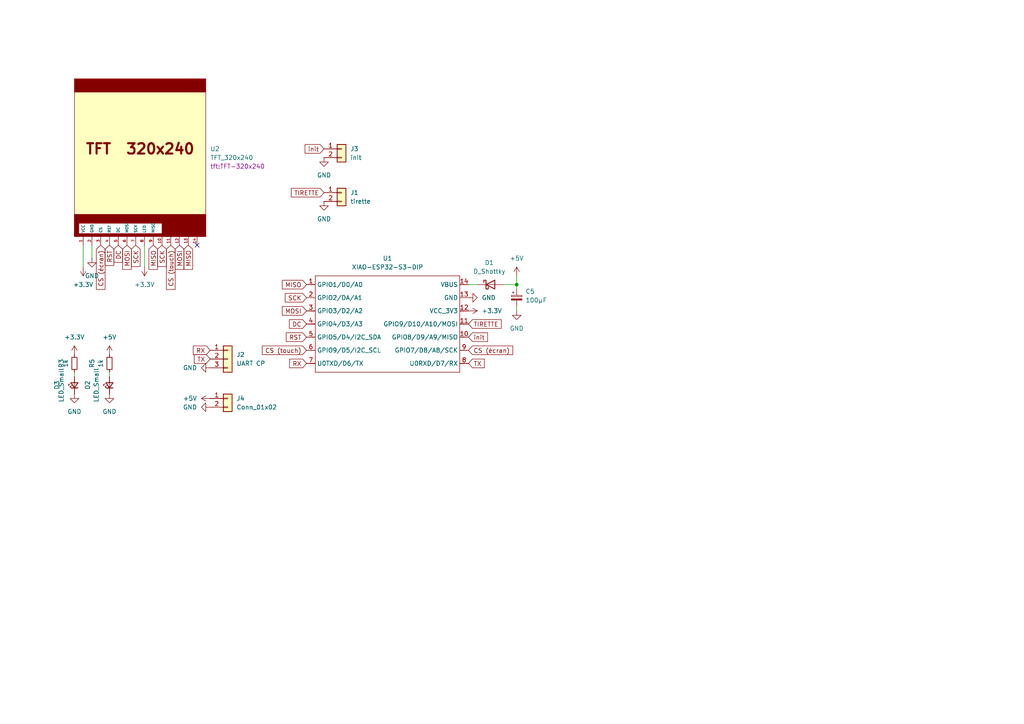
<source format=kicad_sch>
(kicad_sch (version 20250114) (generator "eeschema") (generator_version "9.0")
  (paper "A4")
  (lib_symbols
    (symbol "Connector_Generic:Conn_01x02" (pin_names (offset 1.016) (hide yes))
      (property "Reference" "J" (at 0 2.54 0))
      (property "Value" "Conn_01x02" (at 0 -5.08 0))
      (symbol "Conn_01x02_1_1"
        (rectangle (start -1.27 1.27) (end 1.27 -3.81) (stroke (width 0.254)) (fill (type background)))
        (rectangle (start -1.27 0.127) (end 0 -0.127) (stroke (width 0.1524)))
        (rectangle (start -1.27 -2.413) (end 0 -2.667) (stroke (width 0.1524)))
        (pin passive line (at -5.08 0 0) (length 3.81) (name "Pin_1") (number "1"))
        (pin passive line (at -5.08 -2.54 0) (length 3.81) (name "Pin_2") (number "2"))
      )
    )
    (symbol "Connector_Generic:Conn_01x03" (pin_names (offset 1.016) (hide yes))
      (property "Reference" "J" (at 0 5.08 0))
      (property "Value" "Conn_01x03" (at 0 -5.08 0))
      (symbol "Conn_01x03_1_1"
        (rectangle (start -1.27 3.81) (end 1.27 -3.81) (stroke (width 0.254)) (fill (type background)))
        (rectangle (start -1.27 2.667) (end 0 2.413) (stroke (width 0.1524)))
        (rectangle (start -1.27 0.127) (end 0 -0.127) (stroke (width 0.1524)))
        (rectangle (start -1.27 -2.413) (end 0 -2.667) (stroke (width 0.1524)))
        (pin passive line (at -5.08 2.54 0) (length 3.81) (name "Pin_1") (number "1"))
        (pin passive line (at -5.08 0 0) (length 3.81) (name "Pin_2") (number "2"))
        (pin passive line (at -5.08 -2.54 0) (length 3.81) (name "Pin_3") (number "3"))
      )
    )
    (symbol "Device:C_Polarized_Small" (pin_numbers (hide yes)) (pin_names (offset 0.254) (hide yes))
      (property "Reference" "C" (at 0.254 1.778 0))
      (property "Value" "C_Polarized_Small" (at 0.254 -2.032 0))
      (symbol "C_Polarized_Small_0_1"
        (rectangle (start -1.524 0.6858) (end 1.524 0.3048))
        (rectangle (start -1.524 -0.3048) (end 1.524 -0.6858) (fill (type outline)))
        (polyline (pts (xy -1.27 1.524) (xy -0.762 1.524)))
        (polyline (pts (xy -1.016 1.27) (xy -1.016 1.778)))
      )
      (symbol "C_Polarized_Small_1_1"
        (pin passive line (at 0 2.54 270) (length 1.8542) (name "~") (number "1"))
        (pin passive line (at 0 -2.54 90) (length 1.8542) (name "~") (number "2"))
      )
    )
    (symbol "Device:LED_Small" (pin_numbers (hide yes)) (pin_names (offset 0.254) (hide yes))
      (property "Reference" "D" (at -1.27 3.175 0))
      (property "Value" "LED_Small" (at -4.445 -2.54 0))
      (symbol "LED_Small_0_1"
        (polyline (pts (xy -0.762 -1.016) (xy -0.762 1.016)) (stroke (width 0.254)))
        (polyline (pts (xy 0 0.762) (xy -0.508 1.27) (xy -0.254 1.27) (xy -0.508 1.27) (xy -0.508 1.016)))
        (polyline (pts (xy 0.508 1.27) (xy 0 1.778) (xy 0.254 1.778) (xy 0 1.778) (xy 0 1.524)))
        (polyline (pts (xy 0.762 -1.016) (xy -0.762 0) (xy 0.762 1.016) (xy 0.762 -1.016)) (stroke (width 0.254)))
        (polyline (pts (xy 1.016 0) (xy -0.762 0)))
      )
      (symbol "LED_Small_1_1"
        (pin passive line (at -2.54 0 0) (length 1.778) (name "K") (number "1"))
        (pin passive line (at 2.54 0 180) (length 1.778) (name "A") (number "2"))
      )
    )
    (symbol "Device:R_Small" (pin_numbers (hide yes)) (pin_names (offset 0.254) (hide yes))
      (property "Reference" "R" (at 0.762 0.508 0))
      (property "Value" "R_Small" (at 0.762 -1.016 0))
      (symbol "R_Small_0_1"
        (rectangle (start -0.762 1.778) (end 0.762 -1.778) (stroke (width 0.2032)))
      )
      (symbol "R_Small_1_1"
        (pin passive line (at 0 2.54 270) (length 0.762) (name "~") (number "1"))
        (pin passive line (at 0 -2.54 90) (length 0.762) (name "~") (number "2"))
      )
    )
    (symbol "Diode:SB120" (pin_numbers (hide yes)) (pin_names (offset 1.016) (hide yes))
      (property "Reference" "D" (at 0 2.54 0))
      (property "Value" "SB120" (at 0 -2.54 0))
      (symbol "SB120_0_1"
        (polyline (pts (xy -1.905 0.635) (xy -1.905 1.27) (xy -1.27 1.27) (xy -1.27 -1.27) (xy -0.635 -1.27) (xy -0.635 -0.635)) (stroke (width 0.254)))
        (polyline (pts (xy 1.27 1.27) (xy 1.27 -1.27) (xy -1.27 0) (xy 1.27 1.27)) (stroke (width 0.254)))
        (polyline (pts (xy 1.27 0) (xy -1.27 0)))
      )
      (symbol "SB120_1_1"
        (pin passive line (at -3.81 0 0) (length 2.54) (name "K") (number "1"))
        (pin passive line (at 3.81 0 180) (length 2.54) (name "A") (number "2"))
      )
    )
    (symbol "Seeed_Studio_XIAO_Series:XIAO-ESP32-S3-DIP"
      (property "Reference" "U" (at 1.27 0.508 0))
      (property "Value" "XIAO-ESP32-S3-DIP" (at 9.652 -1.778 0))
      (symbol "XIAO-ESP32-S3-DIP_1_0"
        (polyline (pts (xy 0 -2.54) (xy 41.91 -2.54)) (stroke (width 0.1524)))
        (polyline (pts (xy 0 -5.08) (xy -1.27 -5.08)) (stroke (width 0.1524)))
        (polyline (pts (xy 0 -5.08) (xy 0 -2.54)) (stroke (width 0.1524)))
        (polyline (pts (xy 0 -8.89) (xy -1.27 -8.89)) (stroke (width 0.1524)))
        (polyline (pts (xy 0 -8.89) (xy 0 -5.08)) (stroke (width 0.1524)))
        (polyline (pts (xy 0 -12.7) (xy -1.27 -12.7)) (stroke (width 0.1524)))
        (polyline (pts (xy 0 -12.7) (xy 0 -8.89)) (stroke (width 0.1524)))
        (polyline (pts (xy 0 -16.51) (xy -1.27 -16.51)) (stroke (width 0.1524)))
        (polyline (pts (xy 0 -16.51) (xy 0 -12.7)) (stroke (width 0.1524)))
        (polyline (pts (xy 0 -20.32) (xy -1.27 -20.32)) (stroke (width 0.1524)))
        (polyline (pts (xy 0 -24.13) (xy -1.27 -24.13)) (stroke (width 0.1524)))
        (polyline (pts (xy 0 -27.94) (xy -1.27 -27.94)) (stroke (width 0.1524)))
        (polyline (pts (xy 0 -30.48) (xy 0 -16.51)) (stroke (width 0.1524)))
        (polyline (pts (xy 41.91 -2.54) (xy 41.91 -5.08)) (stroke (width 0.1524)))
        (polyline (pts (xy 41.91 -5.08) (xy 41.91 -8.89)) (stroke (width 0.1524)))
        (polyline (pts (xy 41.91 -8.89) (xy 41.91 -12.7)) (stroke (width 0.1524)))
        (polyline (pts (xy 41.91 -12.7) (xy 41.91 -30.48)) (stroke (width 0.1524)))
        (polyline (pts (xy 41.91 -30.48) (xy 0 -30.48)) (stroke (width 0.1524)))
        (polyline (pts (xy 43.18 -5.08) (xy 41.91 -5.08)) (stroke (width 0.1524)))
        (polyline (pts (xy 43.18 -8.89) (xy 41.91 -8.89)) (stroke (width 0.1524)))
        (polyline (pts (xy 43.18 -12.7) (xy 41.91 -12.7)) (stroke (width 0.1524)))
        (polyline (pts (xy 43.18 -16.51) (xy 41.91 -16.51)) (stroke (width 0.1524)))
        (polyline (pts (xy 43.18 -20.32) (xy 41.91 -20.32)) (stroke (width 0.1524)))
        (polyline (pts (xy 43.18 -24.13) (xy 41.91 -24.13)) (stroke (width 0.1524)))
        (polyline (pts (xy 43.18 -27.94) (xy 41.91 -27.94)) (stroke (width 0.1524)))
        (pin passive line (at -2.54 -5.08 0) (length 2.54) (name "GPIO1/D0/A0") (number "1"))
        (pin passive line (at -2.54 -8.89 0) (length 2.54) (name "GPIO2/DA/A1") (number "2"))
        (pin passive line (at -2.54 -12.7 0) (length 2.54) (name "GPIO3/D2/A2") (number "3"))
        (pin passive line (at -2.54 -16.51 0) (length 2.54) (name "GPIO4/D3/A3") (number "4"))
        (pin passive line (at -2.54 -20.32 0) (length 2.54) (name "GPIO5/D4/I2C_SDA") (number "5"))
        (pin passive line (at -2.54 -24.13 0) (length 2.54) (name "GPIO9/D5/I2C_SCL") (number "6"))
        (pin passive line (at -2.54 -27.94 0) (length 2.54) (name "U0TXD/D6/TX") (number "7"))
        (pin passive line (at 44.45 -5.08 180) (length 2.54) (name "VBUS") (number "14"))
        (pin passive line (at 44.45 -8.89 180) (length 2.54) (name "GND") (number "13"))
        (pin passive line (at 44.45 -12.7 180) (length 2.54) (name "VCC_3V3") (number "12"))
        (pin passive line (at 44.45 -16.51 180) (length 2.54) (name "GPIO9/D10/A10/MOSI") (number "11"))
        (pin passive line (at 44.45 -20.32 180) (length 2.54) (name "GPIO8/D9/A9/MISO") (number "10"))
        (pin passive line (at 44.45 -24.13 180) (length 2.54) (name "GPIO7/D8/A8/SCK") (number "9"))
        (pin passive line (at 44.45 -27.94 180) (length 2.54) (name "U0RXD/D7/RX") (number "8"))
      )
    )
    (symbol "power:+3.3V" (power) (pin_numbers (hide yes)) (pin_names (offset 0) (hide yes))
      (property "Value" "+3.3V" (at 0 3.556 0))
      (symbol "+3.3V_0_1"
        (polyline (pts (xy -0.762 1.27) (xy 0 2.54)))
        (polyline (pts (xy 0 2.54) (xy 0.762 1.27)))
        (polyline (pts (xy 0 0) (xy 0 2.54)))
      )
      (symbol "+3.3V_1_1"
        (pin power_in line (at 0 0 90) (length 0) (name "~") (number "1"))
      )
    )
    (symbol "power:+5V" (power) (pin_numbers (hide yes)) (pin_names (offset 0) (hide yes))
      (property "Value" "+5V" (at 0 3.556 0))
      (symbol "+5V_0_1"
        (polyline (pts (xy -0.762 1.27) (xy 0 2.54)))
        (polyline (pts (xy 0 2.54) (xy 0.762 1.27)))
        (polyline (pts (xy 0 0) (xy 0 2.54)))
      )
      (symbol "+5V_1_1"
        (pin power_in line (at 0 0 90) (length 0) (name "~") (number "1"))
      )
    )
    (symbol "power:GND" (power) (pin_numbers (hide yes)) (pin_names (offset 0) (hide yes))
      (property "Value" "GND" (at 0 -3.81 0))
      (symbol "GND_0_1"
        (polyline (pts (xy 0 0) (xy 0 -1.27) (xy 1.27 -1.27) (xy 0 -2.54) (xy -1.27 -1.27) (xy 0 -1.27)))
      )
      (symbol "GND_1_1"
        (pin power_in line (at 0 0 270) (length 0) (name "~") (number "1"))
      )
    )
    (symbol "tft_320x240:TFT_320x240" (pin_names (offset 1.016))
      (property "Reference" "U?" (at 20.32 25.4001 0))
      (property "Value" "TFT_320x240" (at 20.32 22.8601 0))
      (property "Footprint" "z_Devices:TFT-320x240" (at 20.32 20.3201 0))
      (symbol "TFT_320x240_0_0"
        (text "TFT  320x240" (at 0 25.4 0) (effects (font (size 2.9972 2.9972) (bold yes))))
      )
      (symbol "TFT_320x240_0_1"
        (rectangle (start -19.05 41.91) (end 19.05 45.72) (fill (type outline)))
        (rectangle (start -19.05 6.35) (end 19.05 41.91) (fill (type background)))
        (rectangle (start -19.05 6.35) (end 19.05 3.81) (fill (type outline)))
        (rectangle (start -19.05 0) (end 19.05 6.35))
        (rectangle (start -19.05 0) (end 19.05 0.8382) (fill (type outline)))
        (rectangle (start -17.78 0) (end -19.05 3.81) (fill (type outline)))
        (rectangle (start 19.05 0) (end 6.35 3.81) (fill (type outline)))
      )
      (symbol "TFT_320x240_1_1"
        (pin power_in line (at -16.51 -2.54 90) (length 2.54) (name "VCC") (number "1"))
        (pin bidirectional line (at -13.97 -2.54 90) (length 2.54) (name "GND") (number "2"))
        (pin bidirectional line (at -11.43 -2.54 90) (length 2.54) (name "CS") (number "3"))
        (pin bidirectional line (at -8.89 -2.54 90) (length 2.54) (name "RST") (number "4"))
        (pin bidirectional line (at -6.35 -2.54 90) (length 2.54) (name "DC") (number "5"))
        (pin bidirectional line (at -3.81 -2.54 90) (length 2.54) (name "MOSI") (number "6"))
        (pin bidirectional line (at -1.27 -2.54 90) (length 2.54) (name "SCK") (number "7"))
        (pin power_in line (at 1.27 -2.54 90) (length 2.54) (name "LED") (number "8"))
        (pin bidirectional line (at 3.81 -2.54 90) (length 2.54) (name "MISO") (number "9"))
        (pin bidirectional line (at 6.35 -2.54 90) (length 2.54) (name "~") (number "10"))
        (pin bidirectional line (at 8.89 -2.54 90) (length 2.54) (name "~") (number "11"))
        (pin bidirectional line (at 11.43 -2.54 90) (length 2.54) (name "~") (number "12"))
        (pin bidirectional line (at 13.97 -2.54 90) (length 2.54) (name "~") (number "13"))
        (pin bidirectional line (at 16.51 -2.54 90) (length 2.54) (name "~") (number "14"))
      )
    )
  )
  (junction (at 149.86 82.55))
  (no_connect (at 57.15 71.12))
  (wire (pts (xy 26.67 74.93) (xy 26.67 71.12)))
  (wire (pts (xy 149.86 82.55) (xy 149.86 80.01)))
  (wire (pts (xy 149.86 90.17) (xy 149.86 88.9)))
  (wire (pts (xy 41.91 77.47) (xy 41.91 71.12)))
  (wire (pts (xy 149.86 82.55) (xy 149.86 83.82)))
  (wire (pts (xy 21.59 109.22) (xy 21.59 107.95)))
  (wire (pts (xy 138.43 82.55) (xy 135.89 82.55)))
  (wire (pts (xy 31.75 109.22) (xy 31.75 107.95)))
  (wire (pts (xy 146.05 82.55) (xy 149.86 82.55)))
  (wire (pts (xy 24.13 77.47) (xy 24.13 71.12)))
  (global_label "MISO" (shape input) (at 54.61 71.12 270) (property "Intersheetrefs" "${INTERSHEET_REFS}" (effects (hide yes))))
  (global_label "CS (écran)" (shape input) (at 29.21 71.12 270) (property "Intersheetrefs" "${INTERSHEET_REFS}" (effects (hide yes))))
  (global_label "TX" (shape input) (at 60.96 104.14 180) (property "Intersheetrefs" "${INTERSHEET_REFS}" (effects (hide yes))))
  (global_label "SCK" (shape input) (at 88.9 86.36 180) (property "Intersheetrefs" "${INTERSHEET_REFS}" (effects (hide yes))))
  (global_label "RX" (shape input) (at 60.96 101.6 180) (property "Intersheetrefs" "${INTERSHEET_REFS}" (effects (hide yes))))
  (global_label "init" (shape input) (at 93.98 43.18 180) (property "Intersheetrefs" "${INTERSHEET_REFS}" (effects (hide yes))))
  (global_label "TX" (shape input) (at 135.89 105.41 0) (property "Intersheetrefs" "${INTERSHEET_REFS}" (effects (hide yes))))
  (global_label "MISO" (shape input) (at 44.45 71.12 270) (property "Intersheetrefs" "${INTERSHEET_REFS}" (effects (hide yes))))
  (global_label "RST" (shape input) (at 31.75 71.12 270) (property "Intersheetrefs" "${INTERSHEET_REFS}" (effects (hide yes))))
  (global_label "SCK" (shape input) (at 46.99 71.12 270) (property "Intersheetrefs" "${INTERSHEET_REFS}" (effects (hide yes))))
  (global_label "init" (shape input) (at 135.89 97.79 0) (property "Intersheetrefs" "${INTERSHEET_REFS}" (effects (hide yes))))
  (global_label "CS (touch)" (shape input) (at 88.9 101.6 180) (property "Intersheetrefs" "${INTERSHEET_REFS}" (effects (hide yes))))
  (global_label "CS (écran)" (shape input) (at 135.89 101.6 0) (property "Intersheetrefs" "${INTERSHEET_REFS}" (effects (hide yes))))
  (global_label "TIRETTE" (shape input) (at 135.89 93.98 0) (property "Intersheetrefs" "${INTERSHEET_REFS}" (effects (hide yes))))
  (global_label "SCK" (shape input) (at 39.37 71.12 270) (property "Intersheetrefs" "${INTERSHEET_REFS}" (effects (hide yes))))
  (global_label "TIRETTE" (shape input) (at 93.98 55.88 180) (property "Intersheetrefs" "${INTERSHEET_REFS}" (effects (hide yes))))
  (global_label "CS (touch)" (shape input) (at 49.53 71.12 270) (property "Intersheetrefs" "${INTERSHEET_REFS}" (effects (hide yes))))
  (global_label "MOSI" (shape input) (at 88.9 90.17 180) (property "Intersheetrefs" "${INTERSHEET_REFS}" (effects (hide yes))))
  (global_label "MOSI" (shape input) (at 52.07 71.12 270) (property "Intersheetrefs" "${INTERSHEET_REFS}" (effects (hide yes))))
  (global_label "RST" (shape input) (at 88.9 97.79 180) (property "Intersheetrefs" "${INTERSHEET_REFS}" (effects (hide yes))))
  (global_label "MOSI" (shape input) (at 36.83 71.12 270) (property "Intersheetrefs" "${INTERSHEET_REFS}" (effects (hide yes))))
  (global_label "RX" (shape input) (at 88.9 105.41 180) (property "Intersheetrefs" "${INTERSHEET_REFS}" (effects (hide yes))))
  (global_label "DC" (shape input) (at 34.29 71.12 270) (property "Intersheetrefs" "${INTERSHEET_REFS}" (effects (hide yes))))
  (global_label "MISO" (shape input) (at 88.9 82.55 180) (property "Intersheetrefs" "${INTERSHEET_REFS}" (effects (hide yes))))
  (global_label "DC" (shape input) (at 88.9 93.98 180) (property "Intersheetrefs" "${INTERSHEET_REFS}" (effects (hide yes))))
  (symbol (lib_id "power:GND") (at 26.67 74.93 0) (unit 1)
    (property "Reference" "#PWR04" (effects (hide yes)))
    (property "Value" "GND" (at 26.67 80.01 0))
    (property "Description" "Power symbol creates a global label with name \"GND\" , ground" (effects (hide yes)))
  )
  (symbol (lib_id "power:+5V") (at 60.96 115.57 90) (unit 1)
    (property "Reference" "#PWR07" (effects (hide yes)))
    (property "Value" "+5V" (at 57.15 115.5699 90) (effects (justify left)))
    (property "Description" "Power symbol creates a global label with name \"+5V\"" (effects (hide yes)))
  )
  (symbol (lib_id "tft_320x240:TFT_320x240") (at 40.64 68.58 0) (unit 1)
    (property "Reference" "U2" (at 60.96 43.1799 0) (effects (justify left)))
    (property "Value" "TFT_320x240" (at 60.96 45.7199 0) (effects (justify left)))
    (property "Footprint" "tft:TFT-320x240" (at 60.96 48.2599 0) (effects (justify left)))
  )
  (symbol (lib_id "Device:R_Small") (at 31.75 105.41 0) (unit 1)
    (property "Reference" "R5" (at 26.67 105.41 90))
    (property "Value" "1k" (at 29.21 105.41 90))
    (property "Footprint" "Resistor_SMD:R_1206_3216Metric_Pad1.30x1.75mm_HandSolder" (effects (hide yes)))
    (property "Description" "Resistor, small symbol" (effects (hide yes)))
  )
  (symbol (lib_id "Seeed_Studio_XIAO_Series:XIAO-ESP32-S3-DIP") (at 91.44 77.47 0) (unit 1)
    (property "Reference" "U1" (at 112.395 74.93 0))
    (property "Value" "XIAO-ESP32-S3-DIP" (at 112.395 77.47 0))
    (property "Footprint" "Seeed Studio XIAO Series Library:XIAO-ESP32S3-DIP" (effects (hide yes)))
  )
  (symbol (lib_id "power:+3.3V") (at 24.13 77.47 180) (unit 1)
    (property "Reference" "#PWR02" (effects (hide yes)))
    (property "Value" "+3.3V" (at 24.13 82.55 0))
    (property "Description" "Power symbol creates a global label with name \"+3.3V\"" (effects (hide yes)))
  )
  (symbol (lib_id "power:+3.3V") (at 135.89 90.17 270) (unit 1)
    (property "Reference" "#PWR01" (effects (hide yes)))
    (property "Value" "+3.3V" (at 139.7 90.1699 90) (effects (justify left)))
    (property "Description" "Power symbol creates a global label with name \"+3.3V\"" (effects (hide yes)))
  )
  (symbol (lib_id "power:GND") (at 31.75 114.3 0) (unit 1)
    (property "Reference" "#PWR018" (effects (hide yes)))
    (property "Value" "GND" (at 31.75 119.38 0))
    (property "Description" "Power symbol creates a global label with name \"GND\" , ground" (effects (hide yes)))
  )
  (symbol (lib_id "power:GND") (at 60.96 118.11 270) (unit 1)
    (property "Reference" "#PWR016" (effects (hide yes)))
    (property "Value" "GND" (at 57.15 118.1099 90) (effects (justify right)))
    (property "Description" "Power symbol creates a global label with name \"GND\" , ground" (effects (hide yes)))
  )
  (symbol (lib_id "Device:LED_Small") (at 31.75 111.76 90) (unit 1)
    (property "Reference" "D2" (at 25.4 111.6965 0))
    (property "Value" "LED_Small" (at 27.94 111.6965 0))
    (property "Footprint" "LED_SMD:LED_1206_3216Metric" (effects (hide yes)))
    (property "Description" "Light emitting diode, small symbol" (effects (hide yes)))
    (property "Sim.Pin" "1=K 2=A" (effects (hide yes)))
  )
  (symbol (lib_id "power:+3.3V") (at 41.91 77.47 180) (unit 1)
    (property "Reference" "#PWR03" (effects (hide yes)))
    (property "Value" "+3.3V" (at 41.91 82.55 0))
    (property "Description" "Power symbol creates a global label with name \"+3.3V\"" (effects (hide yes)))
  )
  (symbol (lib_id "Connector_Generic:Conn_01x03") (at 66.04 104.14 0) (unit 1)
    (property "Reference" "J2" (at 68.58 102.8699 0) (effects (justify left)))
    (property "Value" "UART CP" (at 68.58 105.4099 0) (effects (justify left)))
    (property "Footprint" "Connector_Molex:Molex_KK-254_AE-6410-03A_1x03_P2.54mm_Vertical" (effects (hide yes)))
    (property "Description" "Generic connector, single row, 01x03, script generated (kicad-library-utils/schlib/autogen/connector/)" (effects (hide yes)))
  )
  (symbol (lib_id "power:GND") (at 93.98 45.72 0) (unit 1)
    (property "Reference" "#PWR08" (effects (hide yes)))
    (property "Value" "GND" (at 93.98 50.8 0))
    (property "Description" "Power symbol creates a global label with name \"GND\" , ground" (effects (hide yes)))
  )
  (symbol (lib_id "Device:R_Small") (at 21.59 105.41 0) (unit 1)
    (property "Reference" "R3" (at 17.78 105.41 90))
    (property "Value" "1k" (at 19.05 105.41 90))
    (property "Footprint" "Resistor_SMD:R_1206_3216Metric_Pad1.30x1.75mm_HandSolder" (effects (hide yes)))
    (property "Description" "Resistor, small symbol" (effects (hide yes)))
  )
  (symbol (lib_id "Connector_Generic:Conn_01x02") (at 66.04 115.57 0) (unit 1)
    (property "Reference" "J4" (at 68.58 115.5699 0) (effects (justify left)))
    (property "Value" "Conn_01x02" (at 68.58 118.1099 0) (effects (justify left)))
    (property "Footprint" "Connector_Molex:Molex_KK-254_AE-6410-02A_1x02_P2.54mm_Vertical" (effects (hide yes)))
    (property "Description" "Generic connector, single row, 01x02, script generated (kicad-library-utils/schlib/autogen/connector/)" (effects (hide yes)))
  )
  (symbol (lib_id "power:GND") (at 135.89 86.36 90) (unit 1)
    (property "Reference" "#PWR05" (effects (hide yes)))
    (property "Value" "GND" (at 139.7 86.3599 90) (effects (justify right)))
    (property "Description" "Power symbol creates a global label with name \"GND\" , ground" (effects (hide yes)))
  )
  (symbol (lib_id "Device:C_Polarized_Small") (at 149.86 86.36 0) (unit 1)
    (property "Reference" "C5" (at 152.4 84.5438 0) (effects (justify left)))
    (property "Value" "100µF" (at 152.4 87.0838 0) (effects (justify left)))
    (property "Footprint" "Capacitor_THT:CP_Radial_D10.0mm_P5.00mm" (effects (hide yes)))
    (property "Description" "Polarized capacitor, small symbol" (effects (hide yes)))
  )
  (symbol (lib_id "power:GND") (at 21.59 114.3 0) (unit 1)
    (property "Reference" "#PWR034" (effects (hide yes)))
    (property "Value" "GND" (at 21.59 119.38 0))
    (property "Description" "Power symbol creates a global label with name \"GND\" , ground" (effects (hide yes)))
  )
  (symbol (lib_id "power:+5V") (at 149.86 80.01 0) (unit 1)
    (property "Reference" "#PWR06" (effects (hide yes)))
    (property "Value" "+5V" (at 149.86 74.93 0))
    (property "Description" "Power symbol creates a global label with name \"+5V\"" (effects (hide yes)))
  )
  (symbol (lib_id "Connector_Generic:Conn_01x02") (at 99.06 43.18 0) (unit 1)
    (property "Reference" "J3" (at 101.6 43.1799 0) (effects (justify left)))
    (property "Value" "init" (at 101.6 45.7199 0) (effects (justify left)))
    (property "Footprint" "Connector_Molex:Molex_KK-254_AE-6410-02A_1x02_P2.54mm_Vertical" (effects (hide yes)))
    (property "Description" "Generic connector, single row, 01x02, script generated (kicad-library-utils/schlib/autogen/connector/)" (effects (hide yes)))
  )
  (symbol (lib_id "Connector_Generic:Conn_01x02") (at 99.06 55.88 0) (unit 1)
    (property "Reference" "J1" (at 101.6 55.8799 0) (effects (justify left)))
    (property "Value" "tirette" (at 101.6 58.4199 0) (effects (justify left)))
    (property "Footprint" "Connector_Molex:Molex_KK-254_AE-6410-02A_1x02_P2.54mm_Vertical" (effects (hide yes)))
    (property "Description" "Generic connector, single row, 01x02, script generated (kicad-library-utils/schlib/autogen/connector/)" (effects (hide yes)))
  )
  (symbol (lib_id "Diode:SB120") (at 142.24 82.55 0) (unit 1)
    (property "Reference" "D1" (at 141.9225 76.2 0))
    (property "Value" "D_Shottky" (at 141.9225 78.74 0))
    (property "Footprint" "Diode_THT:D_DO-41_SOD81_P10.16mm_Horizontal" (effects (hide yes)))
    (property "Datasheet" "http://www.diodes.com/_files/datasheets/ds23022.pdf" (effects (hide yes)))
    (property "Description" "20V 1A Schottky Barrier Rectifier Diode, DO-41" (effects (hide yes)))
  )
  (symbol (lib_id "Device:LED_Small") (at 21.59 111.76 90) (unit 1)
    (property "Reference" "D3" (at 16.51 111.6965 0))
    (property "Value" "LED_Small" (at 17.78 111.6965 0))
    (property "Footprint" "LED_SMD:LED_1206_3216Metric" (effects (hide yes)))
    (property "Description" "Light emitting diode, small symbol" (effects (hide yes)))
    (property "Sim.Pin" "1=K 2=A" (effects (hide yes)))
  )
  (symbol (lib_id "power:GND") (at 93.98 58.42 0) (unit 1)
    (property "Reference" "#PWR019" (effects (hide yes)))
    (property "Value" "GND" (at 93.98 63.5 0))
    (property "Description" "Power symbol creates a global label with name \"GND\" , ground" (effects (hide yes)))
  )
  (symbol (lib_id "power:GND") (at 60.96 106.68 270) (unit 1)
    (property "Reference" "#PWR062" (effects (hide yes)))
    (property "Value" "GND" (at 57.15 106.6799 90) (effects (justify right)))
    (property "Description" "Power symbol creates a global label with name \"GND\" , ground" (effects (hide yes)))
  )
  (symbol (lib_id "power:GND") (at 149.86 90.17 0) (unit 1)
    (property "Reference" "#PWR0101" (effects (hide yes)))
    (property "Value" "GND" (at 149.86 95.25 0))
    (property "Description" "Power symbol creates a global label with name \"GND\" , ground" (effects (hide yes)))
  )
  (symbol (lib_id "power:+5V") (at 31.75 102.87 0) (unit 1)
    (property "Reference" "#PWR017" (effects (hide yes)))
    (property "Value" "+5V" (at 31.75 97.79 0))
    (property "Description" "Power symbol creates a global label with name \"+5V\"" (effects (hide yes)))
  )
  (symbol (lib_id "power:+3.3V") (at 21.59 102.87 0) (unit 1)
    (property "Reference" "#PWR032" (effects (hide yes)))
    (property "Value" "+3.3V" (at 21.59 97.79 0))
    (property "Description" "Power symbol creates a global label with name \"+3.3V\"" (effects (hide yes)))
  )
)
</source>
